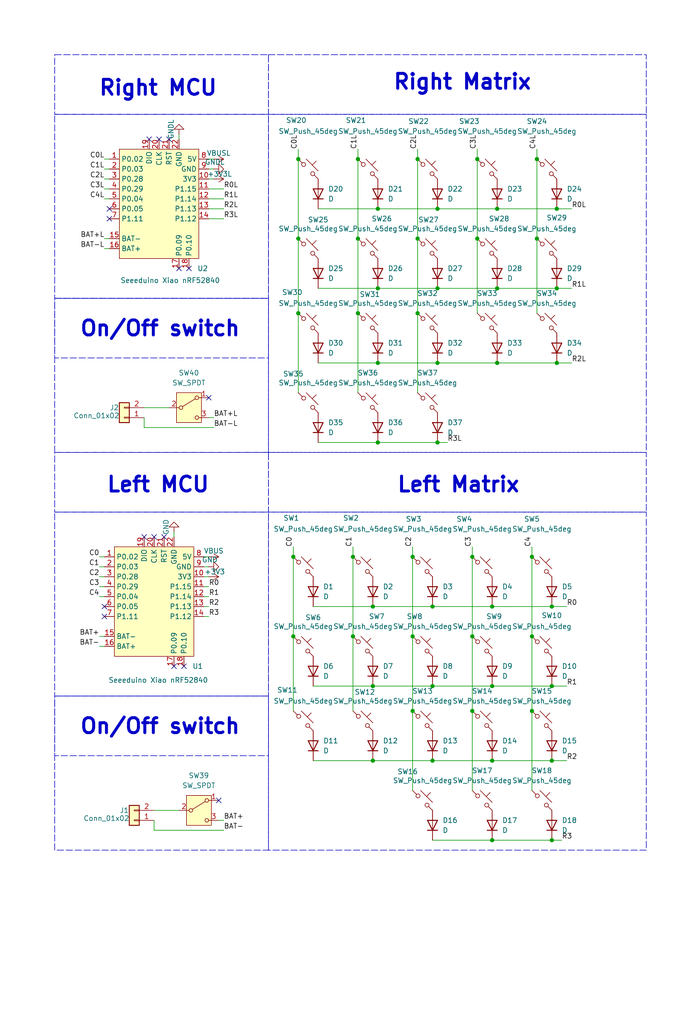
<source format=kicad_sch>
(kicad_sch (version 20250114) (generator "eeschema") (generator_version "9.0")
  (paper "User" 177.8 261.62)
  (title_block (title "YukiBoard") (date "08/01/2025") (rev "V0.1") (company "manni"))
  (lib_symbols
    (symbol "Connector_Generic:Conn_01x02" (pin_names (offset 1.016) (hide yes))
      (property "Reference" "J" (at 0 2.54 0))
      (property "Value" "Conn_01x02" (at 0 -5.08 0))
      (symbol "Conn_01x02_1_1"
        (rectangle (start -1.27 1.27) (end 1.27 -3.81) (stroke (width 0.254)) (fill (type background)))
        (rectangle (start -1.27 0.127) (end 0 -0.127) (stroke (width 0.1524)))
        (rectangle (start -1.27 -2.413) (end 0 -2.667) (stroke (width 0.1524)))
        (pin passive line (at -5.08 0 0) (length 3.81) (name "Pin_1") (number "1"))
        (pin passive line (at -5.08 -2.54 0) (length 3.81) (name "Pin_2") (number "2"))
      )
    )
    (symbol "Device:D" (pin_numbers (hide yes)) (pin_names (offset 1.016) (hide yes))
      (property "Reference" "D" (at 0 2.54 0))
      (property "Value" "D" (at 0 -2.54 0))
      (symbol "D_0_1"
        (polyline (pts (xy -1.27 1.27) (xy -1.27 -1.27)) (stroke (width 0.254)))
        (polyline (pts (xy 1.27 1.27) (xy 1.27 -1.27) (xy -1.27 0) (xy 1.27 1.27)) (stroke (width 0.254)))
        (polyline (pts (xy 1.27 0) (xy -1.27 0)))
      )
      (symbol "D_1_1"
        (pin passive line (at -3.81 0 0) (length 2.54) (name "K") (number "1"))
        (pin passive line (at 3.81 0 180) (length 2.54) (name "A") (number "2"))
      )
    )
    (symbol "PCM_marbastlib-promicroish:Seeeduino_Xiao_nRF52840" (in_bom no)
      (property "Reference" "U" (at -10.16 -12.7 0))
      (property "Value" "Seeeduino Xiao nRF52840" (at -10.16 -15.24 0))
      (symbol "Seeeduino_Xiao_nRF52840_1_0"
        (pin bidirectional line (at -12.7 13.97 0) (length 2.54) (name "P0.02") (number "1"))
        (pin bidirectional line (at -12.7 11.43 0) (length 2.54) (name "P0.03") (number "2"))
        (pin bidirectional line (at -12.7 8.89 0) (length 2.54) (name "P0.28") (number "3"))
        (pin bidirectional line (at -12.7 6.35 0) (length 2.54) (name "P0.29") (number "4"))
        (pin bidirectional line (at -12.7 3.81 0) (length 2.54) (name "P0.04") (number "5"))
        (pin bidirectional line (at -12.7 1.27 0) (length 2.54) (name "P0.05") (number "6"))
        (pin bidirectional line (at -12.7 -1.27 0) (length 2.54) (name "P1.11") (number "7"))
        (pin power_in line (at -12.7 -6.35 0) (length 2.54) (name "BAT-") (number "15"))
        (pin power_in line (at -12.7 -8.89 0) (length 2.54) (name "BAT+") (number "16"))
        (pin bidirectional line (at -2.54 19.05 270) (length 2.54) (name "DIO") (number "19"))
        (pin bidirectional line (at 0 19.05 270) (length 2.54) (name "CLK") (number "20"))
        (pin bidirectional line (at 2.54 19.05 270) (length 2.54) (name "RST") (number "21"))
        (pin power_out line (at 5.08 19.05 270) (length 2.54) (name "GND") (number "22"))
        (pin bidirectional line (at 5.08 -13.97 90) (length 2.54) (name "P0.09") (number "17"))
        (pin bidirectional line (at 7.62 -13.97 90) (length 2.54) (name "P0.10") (number "18"))
        (pin power_out line (at 12.7 13.97 180) (length 2.54) (name "5V") (number "8"))
        (pin power_out line (at 12.7 11.43 180) (length 2.54) (name "GND") (number "9"))
        (pin power_out line (at 12.7 8.89 180) (length 2.54) (name "3V3") (number "10"))
        (pin bidirectional line (at 12.7 6.35 180) (length 2.54) (name "P1.15") (number "11"))
        (pin bidirectional line (at 12.7 3.81 180) (length 2.54) (name "P1.14") (number "12"))
        (pin bidirectional line (at 12.7 1.27 180) (length 2.54) (name "P1.13") (number "13"))
        (pin bidirectional line (at 12.7 -1.27 180) (length 2.54) (name "P1.12") (number "14"))
      )
      (symbol "Seeeduino_Xiao_nRF52840_1_1"
        (rectangle (start -10.16 16.51) (end 10.16 -11.43) (fill (type background)))
      )
    )
    (symbol "Switch:SW_Push_45deg" (pin_numbers (hide yes)) (pin_names (offset 1.016) (hide yes))
      (property "Reference" "SW" (at 3.048 1.016 0))
      (property "Value" "SW_Push_45deg" (at 0 -3.81 0))
      (symbol "SW_Push_45deg_0_1"
        (polyline (pts (xy -2.54 2.54) (xy -1.524 1.524) (xy -1.524 1.524)))
        (circle (center -1.1684 1.1684) (radius 0.508))
        (polyline (pts (xy -0.508 2.54) (xy 2.54 -0.508)))
        (polyline (pts (xy 1.016 1.016) (xy 2.032 2.032)))
        (circle (center 1.143 -1.1938) (radius 0.508))
        (polyline (pts (xy 1.524 -1.524) (xy 2.54 -2.54) (xy 2.54 -2.54) (xy 2.54 -2.54)))
        (pin passive line (at -2.54 2.54 0) (length 0) (name "1") (number "1"))
        (pin passive line (at 2.54 -2.54 180) (length 0) (name "2") (number "2"))
      )
    )
    (symbol "Switch:SW_SPDT" (pin_names (offset 0) (hide yes))
      (property "Reference" "SW" (at 0 5.08 0))
      (property "Value" "SW_SPDT" (at 0 -5.08 0))
      (symbol "SW_SPDT_0_1"
        (circle (center -2.032 0) (radius 0.4572))
        (polyline (pts (xy -1.651 0.254) (xy 1.651 2.286)))
        (circle (center 2.032 2.54) (radius 0.4572))
        (circle (center 2.032 -2.54) (radius 0.4572))
      )
      (symbol "SW_SPDT_1_1"
        (rectangle (start -3.175 3.81) (end 3.175 -3.81) (fill (type background)))
        (pin passive line (at -5.08 0 0) (length 2.54) (name "B") (number "2"))
        (pin passive line (at 5.08 2.54 180) (length 2.54) (name "A") (number "1"))
        (pin passive line (at 5.08 -2.54 180) (length 2.54) (name "C") (number "3"))
      )
    )
    (symbol "power:+3V3" (power) (pin_numbers (hide yes)) (pin_names (offset 0) (hide yes))
      (property "Value" "+3V3" (at 0 3.556 0))
      (symbol "+3V3_0_1"
        (polyline (pts (xy -0.762 1.27) (xy 0 2.54)))
        (polyline (pts (xy 0 2.54) (xy 0.762 1.27)))
        (polyline (pts (xy 0 0) (xy 0 2.54)))
      )
      (symbol "+3V3_1_1"
        (pin power_in line (at 0 0 90) (length 0) (name "~") (number "1"))
      )
    )
    (symbol "power:GND" (power) (pin_numbers (hide yes)) (pin_names (offset 0) (hide yes))
      (property "Value" "GND" (at 0 -3.81 0))
      (symbol "GND_0_1"
        (polyline (pts (xy 0 0) (xy 0 -1.27) (xy 1.27 -1.27) (xy 0 -2.54) (xy -1.27 -1.27) (xy 0 -1.27)))
      )
      (symbol "GND_1_1"
        (pin power_in line (at 0 0 270) (length 0) (name "~") (number "1"))
      )
    )
    (symbol "power:VBUS" (power) (pin_numbers (hide yes)) (pin_names (offset 0) (hide yes))
      (property "Value" "VBUS" (at 0 3.556 0))
      (symbol "VBUS_0_1"
        (polyline (pts (xy -0.762 1.27) (xy 0 2.54)))
        (polyline (pts (xy 0 2.54) (xy 0.762 1.27)))
        (polyline (pts (xy 0 0) (xy 0 2.54)))
      )
      (symbol "VBUS_1_1"
        (pin power_in line (at 0 0 90) (length 0) (name "~") (number "1"))
      )
    )
  )
  (rectangle (start 13.97 13.97) (end 68.58 29.21) (stroke (width 0) (type dash)))
  (rectangle (start 68.58 130.81) (end 165.1 217.17) (stroke (width 0) (type dash)))
  (rectangle (start 13.97 130.81) (end 68.58 177.8) (stroke (width 0) (type dash)))
  (rectangle (start 68.58 13.97) (end 165.1 29.21) (stroke (width 0) (type dash)))
  (rectangle (start 13.97 115.57) (end 68.58 130.81) (stroke (width 0) (type dash)))
  (rectangle (start 13.97 29.21) (end 68.58 76.2) (stroke (width 0) (type dash)))
  (rectangle (start 13.97 76.2) (end 68.58 91.44) (stroke (width 0) (type dash)))
  (rectangle (start 68.58 29.21) (end 165.1 115.57) (stroke (width 0) (type dash)))
  (rectangle (start 13.97 177.8) (end 68.58 217.17) (stroke (width 0) (type dash)))
  (rectangle (start 68.58 115.57) (end 165.1 130.81) (stroke (width 0) (type dash)))
  (rectangle (start 13.97 76.2) (end 68.58 115.57) (stroke (width 0) (type dash)))
  (rectangle (start 13.97 177.8) (end 68.58 193.04) (stroke (width 0) (type dash)))
  (text "Right Matrix" (at 118.11 21.082 0) (effects (font (size 3.81 3.81) (bold yes))))
  (text "Left Matrix" (at 117.094 123.952 0) (effects (font (size 3.81 3.81) (bold yes))))
  (text "Left MCU\n" (at 40.386 123.952 0) (effects (font (size 3.81 3.81) (bold yes))))
  (text "On/Off switch" (at 40.894 185.674 0) (effects (font (size 3.81 3.81) (bold yes))))
  (text "On/Off switch" (at 40.894 84.074 0) (effects (font (size 3.81 3.81) (bold yes))))
  (text "Right MCU\n" (at 40.386 22.606 0) (effects (font (size 3.81 3.81) (bold yes))))
  (junction (at 105.41 162.56))
  (junction (at 96.52 92.71))
  (junction (at 110.49 175.26))
  (junction (at 74.93 142.24))
  (junction (at 121.92 60.96))
  (junction (at 96.52 113.03))
  (junction (at 90.17 142.24))
  (junction (at 106.68 40.64))
  (junction (at 90.17 162.56))
  (junction (at 127 53.34))
  (junction (at 140.97 194.31))
  (junction (at 140.97 214.63))
  (junction (at 110.49 154.94))
  (junction (at 110.49 194.31))
  (junction (at 120.65 162.56))
  (junction (at 120.65 142.24))
  (junction (at 95.25 154.94))
  (junction (at 95.25 194.31))
  (junction (at 76.2 40.64))
  (junction (at 135.89 181.61))
  (junction (at 137.16 40.64))
  (junction (at 95.25 175.26))
  (junction (at 106.68 80.01))
  (junction (at 140.97 175.26))
  (junction (at 135.89 162.56))
  (junction (at 105.41 142.24))
  (junction (at 125.73 175.26))
  (junction (at 127 92.71))
  (junction (at 105.41 181.61))
  (junction (at 111.76 53.34))
  (junction (at 76.2 80.01))
  (junction (at 91.44 80.01))
  (junction (at 76.2 60.96))
  (junction (at 142.24 92.71))
  (junction (at 111.76 92.71))
  (junction (at 125.73 194.31))
  (junction (at 137.16 60.96))
  (junction (at 125.73 214.63))
  (junction (at 135.89 142.24))
  (junction (at 74.93 162.56))
  (junction (at 120.65 181.61))
  (junction (at 121.92 40.64))
  (junction (at 96.52 73.66))
  (junction (at 96.52 53.34))
  (junction (at 142.24 53.34))
  (junction (at 125.73 154.94))
  (junction (at 91.44 40.64))
  (junction (at 111.76 113.03))
  (junction (at 127 73.66))
  (junction (at 142.24 73.66))
  (junction (at 106.68 60.96))
  (junction (at 111.76 73.66))
  (junction (at 140.97 154.94))
  (junction (at 91.44 60.96))
  (no_connect (at 26.67 157.48))
  (no_connect (at 53.34 101.6))
  (no_connect (at 38.1 35.56))
  (no_connect (at 43.18 35.56))
  (no_connect (at 26.67 154.94))
  (no_connect (at 46.99 170.18))
  (no_connect (at 40.64 35.56))
  (no_connect (at 36.83 137.16))
  (no_connect (at 39.37 137.16))
  (no_connect (at 55.88 204.47))
  (no_connect (at 48.26 68.58))
  (no_connect (at 41.91 137.16))
  (no_connect (at 27.94 55.88))
  (no_connect (at 45.72 68.58))
  (no_connect (at 44.45 170.18))
  (no_connect (at 27.94 53.34))
  (wire (pts (xy 26.67 48.26) (xy 27.94 48.26)))
  (wire (pts (xy 91.44 38.1) (xy 91.44 40.64)))
  (wire (pts (xy 144.78 154.94) (xy 140.97 154.94)))
  (wire (pts (xy 106.68 60.96) (xy 106.68 80.01)))
  (wire (pts (xy 26.67 43.18) (xy 27.94 43.18)))
  (wire (pts (xy 76.2 60.96) (xy 76.2 80.01)))
  (wire (pts (xy 120.65 162.56) (xy 120.65 181.61)))
  (wire (pts (xy 140.97 194.31) (xy 144.78 194.31)))
  (wire (pts (xy 25.4 144.78) (xy 26.67 144.78)))
  (wire (pts (xy 96.52 73.66) (xy 111.76 73.66)))
  (wire (pts (xy 137.16 38.1) (xy 137.16 40.64)))
  (wire (pts (xy 76.2 38.1) (xy 76.2 40.64)))
  (wire (pts (xy 76.2 40.64) (xy 76.2 60.96)))
  (wire (pts (xy 81.28 53.34) (xy 96.52 53.34)))
  (wire (pts (xy 121.92 40.64) (xy 121.92 60.96)))
  (wire (pts (xy 96.52 92.71) (xy 111.76 92.71)))
  (wire (pts (xy 39.37 212.09) (xy 57.15 212.09)))
  (wire (pts (xy 54.61 43.18) (xy 53.34 43.18)))
  (wire (pts (xy 25.4 165.1) (xy 26.67 165.1)))
  (wire (pts (xy 146.05 53.34) (xy 142.24 53.34)))
  (wire (pts (xy 135.89 162.56) (xy 135.89 181.61)))
  (wire (pts (xy 90.17 142.24) (xy 90.17 162.56)))
  (wire (pts (xy 110.49 175.26) (xy 125.73 175.26)))
  (wire (pts (xy 120.65 142.24) (xy 120.65 162.56)))
  (wire (pts (xy 95.25 194.31) (xy 110.49 194.31)))
  (wire (pts (xy 26.67 63.5) (xy 27.94 63.5)))
  (wire (pts (xy 96.52 113.03) (xy 111.76 113.03)))
  (wire (pts (xy 57.15 53.34) (xy 53.34 53.34)))
  (wire (pts (xy 110.49 214.63) (xy 125.73 214.63)))
  (wire (pts (xy 90.17 162.56) (xy 90.17 181.61)))
  (wire (pts (xy 110.49 154.94) (xy 125.73 154.94)))
  (wire (pts (xy 106.68 40.64) (xy 106.68 60.96)))
  (wire (pts (xy 111.76 73.66) (xy 127 73.66)))
  (wire (pts (xy 55.88 209.55) (xy 57.15 209.55)))
  (wire (pts (xy 53.34 147.32) (xy 52.07 147.32)))
  (wire (pts (xy 76.2 80.01) (xy 76.2 100.33)))
  (wire (pts (xy 91.44 80.01) (xy 91.44 100.33)))
  (wire (pts (xy 74.93 162.56) (xy 74.93 181.61)))
  (wire (pts (xy 105.41 139.7) (xy 105.41 142.24)))
  (wire (pts (xy 36.83 106.68) (xy 36.83 109.22)))
  (wire (pts (xy 80.01 175.26) (xy 95.25 175.26)))
  (wire (pts (xy 26.67 40.64) (xy 27.94 40.64)))
  (wire (pts (xy 137.16 40.64) (xy 137.16 60.96)))
  (wire (pts (xy 95.25 154.94) (xy 110.49 154.94)))
  (wire (pts (xy 74.93 139.7) (xy 74.93 142.24)))
  (wire (pts (xy 80.01 194.31) (xy 95.25 194.31)))
  (wire (pts (xy 95.25 175.26) (xy 110.49 175.26)))
  (wire (pts (xy 142.24 92.71) (xy 146.05 92.71)))
  (wire (pts (xy 135.89 181.61) (xy 135.89 201.93)))
  (wire (pts (xy 144.78 175.26) (xy 140.97 175.26)))
  (wire (pts (xy 57.15 55.88) (xy 53.34 55.88)))
  (wire (pts (xy 26.67 50.8) (xy 27.94 50.8)))
  (wire (pts (xy 25.4 142.24) (xy 26.67 142.24)))
  (wire (pts (xy 44.45 135.89) (xy 44.45 137.16)))
  (wire (pts (xy 121.92 38.1) (xy 121.92 40.64)))
  (wire (pts (xy 25.4 152.4) (xy 26.67 152.4)))
  (wire (pts (xy 54.61 40.64) (xy 53.34 40.64)))
  (wire (pts (xy 111.76 113.03) (xy 114.3 113.03)))
  (wire (pts (xy 127 73.66) (xy 142.24 73.66)))
  (wire (pts (xy 140.97 214.63) (xy 143.51 214.63)))
  (wire (pts (xy 26.67 45.72) (xy 27.94 45.72)))
  (wire (pts (xy 39.37 207.01) (xy 45.72 207.01)))
  (wire (pts (xy 105.41 162.56) (xy 105.41 181.61)))
  (wire (pts (xy 91.44 60.96) (xy 91.44 80.01)))
  (wire (pts (xy 53.34 106.68) (xy 54.61 106.68)))
  (wire (pts (xy 45.72 34.29) (xy 45.72 35.56)))
  (wire (pts (xy 96.52 53.34) (xy 111.76 53.34)))
  (wire (pts (xy 81.28 73.66) (xy 96.52 73.66)))
  (wire (pts (xy 57.15 48.26) (xy 53.34 48.26)))
  (wire (pts (xy 74.93 142.24) (xy 74.93 162.56)))
  (wire (pts (xy 137.16 60.96) (xy 137.16 80.01)))
  (wire (pts (xy 121.92 60.96) (xy 121.92 80.01)))
  (wire (pts (xy 120.65 181.61) (xy 120.65 201.93)))
  (wire (pts (xy 125.73 194.31) (xy 140.97 194.31)))
  (wire (pts (xy 53.34 144.78) (xy 52.07 144.78)))
  (wire (pts (xy 57.15 50.8) (xy 53.34 50.8)))
  (wire (pts (xy 106.68 38.1) (xy 106.68 40.64)))
  (wire (pts (xy 127 92.71) (xy 142.24 92.71)))
  (wire (pts (xy 91.44 40.64) (xy 91.44 60.96)))
  (wire (pts (xy 25.4 162.56) (xy 26.67 162.56)))
  (wire (pts (xy 26.67 60.96) (xy 27.94 60.96)))
  (wire (pts (xy 120.65 139.7) (xy 120.65 142.24)))
  (wire (pts (xy 106.68 80.01) (xy 106.68 100.33)))
  (wire (pts (xy 125.73 214.63) (xy 140.97 214.63)))
  (wire (pts (xy 111.76 92.71) (xy 127 92.71)))
  (wire (pts (xy 90.17 139.7) (xy 90.17 142.24)))
  (wire (pts (xy 53.34 152.4) (xy 52.07 152.4)))
  (wire (pts (xy 81.28 92.71) (xy 96.52 92.71)))
  (wire (pts (xy 127 53.34) (xy 142.24 53.34)))
  (wire (pts (xy 105.41 142.24) (xy 105.41 162.56)))
  (wire (pts (xy 25.4 147.32) (xy 26.67 147.32)))
  (wire (pts (xy 111.76 53.34) (xy 127 53.34)))
  (wire (pts (xy 105.41 181.61) (xy 105.41 201.93)))
  (wire (pts (xy 81.28 113.03) (xy 96.52 113.03)))
  (wire (pts (xy 54.61 45.72) (xy 53.34 45.72)))
  (wire (pts (xy 135.89 139.7) (xy 135.89 142.24)))
  (wire (pts (xy 36.83 104.14) (xy 43.18 104.14)))
  (wire (pts (xy 125.73 154.94) (xy 140.97 154.94)))
  (wire (pts (xy 80.01 154.94) (xy 95.25 154.94)))
  (wire (pts (xy 25.4 149.86) (xy 26.67 149.86)))
  (wire (pts (xy 53.34 149.86) (xy 52.07 149.86)))
  (wire (pts (xy 53.34 157.48) (xy 52.07 157.48)))
  (wire (pts (xy 53.34 142.24) (xy 52.07 142.24)))
  (wire (pts (xy 125.73 175.26) (xy 140.97 175.26)))
  (wire (pts (xy 110.49 194.31) (xy 125.73 194.31)))
  (wire (pts (xy 146.05 73.66) (xy 142.24 73.66)))
  (wire (pts (xy 53.34 154.94) (xy 52.07 154.94)))
  (wire (pts (xy 36.83 109.22) (xy 54.61 109.22)))
  (wire (pts (xy 39.37 209.55) (xy 39.37 212.09)))
  (wire (pts (xy 135.89 142.24) (xy 135.89 162.56)))
  (label "C4" (at 135.89 139.7 90))
  (label "BAT-" (at 57.15 212.09 0))
  (label "C0" (at 74.93 139.7 90))
  (label "C3L" (at 26.67 48.26 180))
  (label "C3L" (at 121.92 38.1 90))
  (label "BAT+" (at 25.4 162.56 180))
  (label "BAT-" (at 25.4 165.1 180))
  (label "R0L" (at 146.05 53.34 0))
  (label "BAT+L" (at 26.67 60.96 180))
  (label "C1L" (at 91.44 38.1 90))
  (label "C0L" (at 76.2 38.1 90))
  (label "C2" (at 25.4 147.32 180))
  (label "C2L" (at 26.67 45.72 180))
  (label "R1" (at 53.34 152.4 0))
  (label "R0" (at 53.34 149.86 0))
  (label "C2L" (at 106.68 38.1 90))
  (label "R2" (at 144.78 194.31 0))
  (label "C2" (at 105.41 139.7 90))
  (label "R1L" (at 57.15 50.8 0))
  (label "R2L" (at 57.15 53.34 0))
  (label "C4" (at 25.4 152.4 180))
  (label "C1" (at 25.4 144.78 180))
  (label "R3L" (at 114.3 113.03 0))
  (label "R1L" (at 146.05 73.66 0))
  (label "R1" (at 144.78 175.26 0))
  (label "BAT-L" (at 54.61 109.22 0))
  (label "R2" (at 53.34 154.94 0))
  (label "R3" (at 143.51 214.63 0))
  (label "C3" (at 25.4 149.86 180))
  (label "C4L" (at 137.16 38.1 90))
  (label "C1L" (at 26.67 43.18 180))
  (label "R3L" (at 57.15 55.88 0))
  (label "C1" (at 90.17 139.7 90))
  (label "BAT-L" (at 26.67 63.5 180))
  (label "BAT+" (at 57.15 209.55 0))
  (label "C3" (at 120.65 139.7 90))
  (label "R3" (at 53.34 157.48 0))
  (label "BAT+L" (at 54.61 106.68 0))
  (label "C0" (at 25.4 142.24 180))
  (label "R0" (at 144.78 154.94 0))
  (label "R2L" (at 146.05 92.71 0))
  (label "C4L" (at 26.67 50.8 180))
  (label "R0L" (at 57.15 48.26 0))
  (label "C0L" (at 26.67 40.64 180))
  (symbol (lib_id "Switch:SW_Push_45deg") (at 123.19 204.47 0) (unit 1)
    (property "Reference" "SW17" (at 123.19 196.85 0))
    (property "Value" "SW_Push_45deg" (at 123.19 199.39 0))
    (property "Footprint" "MX_Hotswap:MX-Hotswap-1U" (effects (hide yes)))
    (property "Description" "Push button switch, normally open, two pins, 45° tilted" (effects (hide yes)))
  )
  (symbol (lib_id "Device:D") (at 142.24 69.85 90) (unit 1)
    (property "Reference" "D29" (at 144.78 68.5799 90) (effects (justify right)))
    (property "Value" "D" (at 144.78 71.1199 90) (effects (justify right)))
    (property "Footprint" "ScottoKeebs_Components:Diode_DO-35" (effects (hide yes)))
    (property "Description" "Diode" (effects (hide yes)))
    (property "Sim.Device" "D" (effects (hide yes)))
    (property "Sim.Pins" "1=K 2=A" (effects (hide yes)))
  )
  (symbol (lib_id "Device:D") (at 80.01 171.45 90) (unit 1)
    (property "Reference" "D6" (at 82.55 170.1799 90) (effects (justify right)))
    (property "Value" "D" (at 82.55 172.7199 90) (effects (justify right)))
    (property "Footprint" "ScottoKeebs_Components:Diode_DO-35" (effects (hide yes)))
    (property "Description" "Diode" (effects (hide yes)))
    (property "Sim.Device" "D" (effects (hide yes)))
    (property "Sim.Pins" "1=K 2=A" (effects (hide yes)))
  )
  (symbol (lib_id "Switch:SW_Push_45deg") (at 109.22 43.18 0) (unit 1)
    (property "Reference" "SW22" (at 106.934 30.988 0))
    (property "Value" "SW_Push_45deg" (at 109.22 33.528 0))
    (property "Footprint" "MX_Hotswap:MX-Hotswap-1U" (effects (hide yes)))
    (property "Description" "Push button switch, normally open, two pins, 45° tilted" (effects (hide yes)))
  )
  (symbol (lib_id "Switch:SW_Push_45deg") (at 77.47 184.15 0) (unit 1)
    (property "Reference" "SW11" (at 73.406 176.276 0))
    (property "Value" "SW_Push_45deg" (at 77.47 179.07 0))
    (property "Footprint" "MX_Hotswap:MX-Hotswap-1U" (effects (hide yes)))
    (property "Description" "Push button switch, normally open, two pins, 45° tilted" (effects (hide yes)))
  )
  (symbol (lib_id "Device:D") (at 127 69.85 90) (unit 1)
    (property "Reference" "D28" (at 129.54 68.5799 90) (effects (justify right)))
    (property "Value" "D" (at 129.54 71.1199 90) (effects (justify right)))
    (property "Footprint" "ScottoKeebs_Components:Diode_DO-35" (effects (hide yes)))
    (property "Description" "Diode" (effects (hide yes)))
    (property "Sim.Device" "D" (effects (hide yes)))
    (property "Sim.Pins" "1=K 2=A" (effects (hide yes)))
  )
  (symbol (lib_id "Switch:SW_Push_45deg") (at 107.95 165.1 0) (unit 1)
    (property "Reference" "SW8" (at 105.918 157.48 0))
    (property "Value" "SW_Push_45deg" (at 107.95 160.02 0))
    (property "Footprint" "MX_Hotswap:MX-Hotswap-1U" (effects (hide yes)))
    (property "Description" "Push button switch, normally open, two pins, 45° tilted" (effects (hide yes)))
  )
  (symbol (lib_id "Switch:SW_Push_45deg") (at 138.43 204.47 0) (unit 1)
    (property "Reference" "SW18" (at 138.43 196.85 0))
    (property "Value" "SW_Push_45deg" (at 138.43 199.39 0))
    (property "Footprint" "MX_Hotswap:MX-Hotswap-1U" (effects (hide yes)))
    (property "Description" "Push button switch, normally open, two pins, 45° tilted" (effects (hide yes)))
  )
  (symbol (lib_id "Device:D") (at 140.97 171.45 90) (unit 1)
    (property "Reference" "D10" (at 143.51 170.1799 90) (effects (justify right)))
    (property "Value" "D" (at 143.51 172.7199 90) (effects (justify right)))
    (property "Footprint" "ScottoKeebs_Components:Diode_DO-35" (effects (hide yes)))
    (property "Description" "Diode" (effects (hide yes)))
    (property "Sim.Device" "D" (effects (hide yes)))
    (property "Sim.Pins" "1=K 2=A" (effects (hide yes)))
  )
  (symbol (lib_id "Switch:SW_Push_45deg") (at 138.43 165.1 0) (unit 1)
    (property "Reference" "SW10" (at 140.97 157.226 0))
    (property "Value" "SW_Push_45deg" (at 138.43 160.02 0))
    (property "Footprint" "MX_Hotswap:MX-Hotswap-1U" (effects (hide yes)))
    (property "Description" "Push button switch, normally open, two pins, 45° tilted" (effects (hide yes)))
  )
  (symbol (lib_id "Switch:SW_SPDT") (at 48.26 104.14 0) (unit 1)
    (property "Reference" "SW40" (at 48.26 95.25 0))
    (property "Value" "SW_SPDT" (at 48.26 97.79 0))
    (property "Footprint" "ScottoKeebs_Components:Switch_MSK12C02" (effects (hide yes)))
    (property "Description" "Switch, single pole double throw" (effects (hide yes)))
  )
  (symbol (lib_id "Switch:SW_Push_45deg") (at 107.95 184.15 0) (unit 1)
    (property "Reference" "SW13" (at 107.95 176.53 0))
    (property "Value" "SW_Push_45deg" (at 107.95 179.07 0))
    (property "Footprint" "MX_Hotswap:MX-Hotswap-1U" (effects (hide yes)))
    (property "Description" "Push button switch, normally open, two pins, 45° tilted" (effects (hide yes)))
  )
  (symbol (lib_id "Device:D") (at 95.25 171.45 90) (unit 1)
    (property "Reference" "D7" (at 97.79 170.1799 90) (effects (justify right)))
    (property "Value" "D" (at 97.79 172.7199 90) (effects (justify right)))
    (property "Footprint" "ScottoKeebs_Components:Diode_DO-35" (effects (hide yes)))
    (property "Description" "Diode" (effects (hide yes)))
    (property "Sim.Device" "D" (effects (hide yes)))
    (property "Sim.Pins" "1=K 2=A" (effects (hide yes)))
  )
  (symbol (lib_id "power:GND") (at 53.34 144.78 90) (unit 1)
    (property "Reference" "#PWR05" (effects (hide yes)))
    (property "Value" "GND" (at 53.594 143.002 90))
    (property "Description" "Power symbol creates a global label with name \"GND\" , ground" (effects (hide yes)))
  )
  (symbol (lib_id "Switch:SW_Push_45deg") (at 78.74 43.18 0) (unit 1)
    (property "Reference" "SW20" (at 75.692 30.734 0))
    (property "Value" "SW_Push_45deg" (at 78.74 33.528 0))
    (property "Footprint" "MX_Hotswap:MX-Hotswap-1U" (effects (hide yes)))
    (property "Description" "Push button switch, normally open, two pins, 45° tilted" (effects (hide yes)))
  )
  (symbol (lib_id "Switch:SW_Push_45deg") (at 92.71 144.78 0) (unit 1)
    (property "Reference" "SW2" (at 89.662 132.334 0))
    (property "Value" "SW_Push_45deg" (at 92.71 135.128 0))
    (property "Footprint" "MX_Hotswap:MX-Hotswap-1U" (effects (hide yes)))
    (property "Description" "Push button switch, normally open, two pins, 45° tilted" (effects (hide yes)))
  )
  (symbol (lib_id "Switch:SW_Push_45deg") (at 93.98 102.87 0) (unit 1)
    (property "Reference" "SW36" (at 93.98 95.25 0))
    (property "Value" "SW_Push_45deg" (at 93.98 97.79 0))
    (property "Footprint" "MX_Hotswap:MX-Hotswap-1U" (effects (hide yes)))
    (property "Description" "Push button switch, normally open, two pins, 45° tilted" (effects (hide yes)))
  )
  (symbol (lib_id "Device:D") (at 140.97 210.82 90) (unit 1)
    (property "Reference" "D18" (at 143.51 209.5499 90) (effects (justify right)))
    (property "Value" "D" (at 143.51 212.0899 90) (effects (justify right)))
    (property "Footprint" "ScottoKeebs_Components:Diode_DO-35" (effects (hide yes)))
    (property "Description" "Diode" (effects (hide yes)))
    (property "Sim.Device" "D" (effects (hide yes)))
    (property "Sim.Pins" "1=K 2=A" (effects (hide yes)))
  )
  (symbol (lib_id "Device:D") (at 95.25 151.13 90) (unit 1)
    (property "Reference" "D2" (at 97.79 149.8599 90) (effects (justify right)))
    (property "Value" "D" (at 97.79 152.3999 90) (effects (justify right)))
    (property "Footprint" "ScottoKeebs_Components:Diode_DO-35" (effects (hide yes)))
    (property "Description" "Diode" (effects (hide yes)))
    (property "Sim.Device" "D" (effects (hide yes)))
    (property "Sim.Pins" "1=K 2=A" (effects (hide yes)))
  )
  (symbol (lib_id "power:GND") (at 44.45 135.89 180) (unit 1)
    (property "Reference" "#PWR07" (effects (hide yes)))
    (property "Value" "GND" (at 42.418 134.62 90))
    (property "Description" "Power symbol creates a global label with name \"GND\" , ground" (effects (hide yes)))
  )
  (symbol (lib_id "Device:D") (at 142.24 88.9 90) (unit 1)
    (property "Reference" "D34" (at 144.78 87.6299 90) (effects (justify right)))
    (property "Value" "D" (at 144.78 90.1699 90) (effects (justify right)))
    (property "Footprint" "ScottoKeebs_Components:Diode_DO-35" (effects (hide yes)))
    (property "Description" "Diode" (effects (hide yes)))
    (property "Sim.Device" "D" (effects (hide yes)))
    (property "Sim.Pins" "1=K 2=A" (effects (hide yes)))
  )
  (symbol (lib_id "Switch:SW_Push_45deg") (at 107.95 204.47 0) (unit 1)
    (property "Reference" "SW16" (at 104.14 197.104 0))
    (property "Value" "SW_Push_45deg" (at 107.95 199.39 0))
    (property "Footprint" "MX_Hotswap:MX-Hotswap-1U" (effects (hide yes)))
    (property "Description" "Push button switch, normally open, two pins, 45° tilted" (effects (hide yes)))
  )
  (symbol (lib_id "Device:D") (at 96.52 49.53 90) (unit 1)
    (property "Reference" "D21" (at 99.06 48.2599 90) (effects (justify right)))
    (property "Value" "D" (at 99.06 50.7999 90) (effects (justify right)))
    (property "Footprint" "ScottoKeebs_Components:Diode_DO-35" (effects (hide yes)))
    (property "Description" "Diode" (effects (hide yes)))
    (property "Sim.Device" "D" (effects (hide yes)))
    (property "Sim.Pins" "1=K 2=A" (effects (hide yes)))
  )
  (symbol (lib_id "Switch:SW_SPDT") (at 50.8 207.01 0) (unit 1)
    (property "Reference" "SW39" (at 50.8 198.12 0))
    (property "Value" "SW_SPDT" (at 50.8 200.66 0))
    (property "Footprint" "ScottoKeebs_Components:Switch_MSK12C02" (effects (hide yes)))
    (property "Description" "Switch, single pole double throw" (effects (hide yes)))
  )
  (symbol (lib_id "Device:D") (at 127 49.53 90) (unit 1)
    (property "Reference" "D23" (at 129.54 48.2599 90) (effects (justify right)))
    (property "Value" "D" (at 129.54 50.7999 90) (effects (justify right)))
    (property "Footprint" "ScottoKeebs_Components:Diode_DO-35" (effects (hide yes)))
    (property "Description" "Diode" (effects (hide yes)))
    (property "Sim.Device" "D" (effects (hide yes)))
    (property "Sim.Pins" "1=K 2=A" (effects (hide yes)))
  )
  (symbol (lib_id "power:+3V3") (at 54.61 45.72 270) (unit 1)
    (property "Reference" "#PWR08" (effects (hide yes)))
    (property "Value" "+3V3L" (at 56.134 44.45 90))
    (property "Description" "Power symbol creates a global label with name \"+3V3\"" (effects (hide yes)))
  )
  (symbol (lib_id "Switch:SW_Push_45deg") (at 139.7 82.55 0) (unit 1)
    (property "Reference" "SW34" (at 139.7 74.93 0))
    (property "Value" "SW_Push_45deg" (at 139.7 77.47 0))
    (property "Footprint" "MX_Hotswap:MX-Hotswap-1U" (effects (hide yes)))
    (property "Description" "Push button switch, normally open, two pins, 45° tilted" (effects (hide yes)))
  )
  (symbol (lib_id "Switch:SW_Push_45deg") (at 139.7 43.18 0) (unit 1)
    (property "Reference" "SW24" (at 137.16 30.988 0))
    (property "Value" "SW_Push_45deg" (at 139.7 33.528 0))
    (property "Footprint" "MX_Hotswap:MX-Hotswap-1U" (effects (hide yes)))
    (property "Description" "Push button switch, normally open, two pins, 45° tilted" (effects (hide yes)))
  )
  (symbol (lib_id "PCM_marbastlib-promicroish:Seeeduino_Xiao_nRF52840") (at 40.64 54.61 0) (unit 1) (in_bom no)
    (property "Reference" "U2" (at 50.4033 68.58 0) (effects (justify left)))
    (property "Value" "Seeeduino Xiao nRF52840" (at 30.734 71.628 0) (effects (justify left)))
    (property "Footprint" "PCM_marbastlib-xp-promicroish:Xiao_nRF52840_ACH" (effects (hide yes)))
    (property "Description" "Symbol for a Seeeduino Xiao nRF52840" (effects (hide yes)))
  )
  (symbol (lib_id "Device:D") (at 125.73 210.82 90) (unit 1)
    (property "Reference" "D17" (at 128.27 209.5499 90) (effects (justify right)))
    (property "Value" "D" (at 128.27 212.0899 90) (effects (justify right)))
    (property "Footprint" "ScottoKeebs_Components:Diode_DO-35" (effects (hide yes)))
    (property "Description" "Diode" (effects (hide yes)))
    (property "Sim.Device" "D" (effects (hide yes)))
    (property "Sim.Pins" "1=K 2=A" (effects (hide yes)))
  )
  (symbol (lib_id "Switch:SW_Push_45deg") (at 109.22 63.5 0) (unit 1)
    (property "Reference" "SW27" (at 109.474 56.134 0))
    (property "Value" "SW_Push_45deg" (at 109.22 58.42 0))
    (property "Footprint" "MX_Hotswap:MX-Hotswap-1U" (effects (hide yes)))
    (property "Description" "Push button switch, normally open, two pins, 45° tilted" (effects (hide yes)))
  )
  (symbol (lib_id "Device:D") (at 81.28 49.53 90) (unit 1)
    (property "Reference" "D20" (at 83.82 48.2599 90) (effects (justify right)))
    (property "Value" "D" (at 83.82 50.7999 90) (effects (justify right)))
    (property "Footprint" "ScottoKeebs_Components:Diode_DO-35" (effects (hide yes)))
    (property "Description" "Diode" (effects (hide yes)))
    (property "Sim.Device" "D" (effects (hide yes)))
    (property "Sim.Pins" "1=K 2=A" (effects (hide yes)))
  )
  (symbol (lib_id "Switch:SW_Push_45deg") (at 139.7 63.5 0) (unit 1)
    (property "Reference" "SW29" (at 142.24 55.626 0))
    (property "Value" "SW_Push_45deg" (at 139.7 58.42 0))
    (property "Footprint" "MX_Hotswap:MX-Hotswap-1U" (effects (hide yes)))
    (property "Description" "Push button switch, normally open, two pins, 45° tilted" (effects (hide yes)))
  )
  (symbol (lib_id "Switch:SW_Push_45deg") (at 124.46 82.55 0) (unit 1)
    (property "Reference" "SW33" (at 124.46 74.93 0))
    (property "Value" "SW_Push_45deg" (at 124.46 77.47 0))
    (property "Footprint" "MX_Hotswap:MX-Hotswap-1U" (effects (hide yes)))
    (property "Description" "Push button switch, normally open, two pins, 45° tilted" (effects (hide yes)))
  )
  (symbol (lib_id "Device:D") (at 111.76 69.85 90) (unit 1)
    (property "Reference" "D27" (at 114.3 68.5799 90) (effects (justify right)))
    (property "Value" "D" (at 114.3 71.1199 90) (effects (justify right)))
    (property "Footprint" "ScottoKeebs_Components:Diode_DO-35" (effects (hide yes)))
    (property "Description" "Diode" (effects (hide yes)))
    (property "Sim.Device" "D" (effects (hide yes)))
    (property "Sim.Pins" "1=K 2=A" (effects (hide yes)))
  )
  (symbol (lib_id "Switch:SW_Push_45deg") (at 109.22 102.87 0) (unit 1)
    (property "Reference" "SW37" (at 109.22 95.25 0))
    (property "Value" "SW_Push_45deg" (at 109.22 97.79 0))
    (property "Footprint" "MX_Hotswap:MX-Hotswap-1U" (effects (hide yes)))
    (property "Description" "Push button switch, normally open, two pins, 45° tilted" (effects (hide yes)))
  )
  (symbol (lib_id "Switch:SW_Push_45deg") (at 77.47 144.78 0) (unit 1)
    (property "Reference" "SW1" (at 74.422 132.334 0))
    (property "Value" "SW_Push_45deg" (at 77.47 135.128 0))
    (property "Footprint" "MX_Hotswap:MX-Hotswap-1U" (effects (hide yes)))
    (property "Description" "Push button switch, normally open, two pins, 45° tilted" (effects (hide yes)))
  )
  (symbol (lib_id "Device:D") (at 111.76 109.22 90) (unit 1)
    (property "Reference" "D37" (at 114.3 107.9499 90) (effects (justify right)))
    (property "Value" "D" (at 114.3 110.4899 90) (effects (justify right)))
    (property "Footprint" "ScottoKeebs_Components:Diode_DO-35" (effects (hide yes)))
    (property "Description" "Diode" (effects (hide yes)))
    (property "Sim.Device" "D" (effects (hide yes)))
    (property "Sim.Pins" "1=K 2=A" (effects (hide yes)))
  )
  (symbol (lib_id "Device:D") (at 96.52 69.85 90) (unit 1)
    (property "Reference" "D26" (at 99.06 68.5799 90) (effects (justify right)))
    (property "Value" "D" (at 99.06 71.1199 90) (effects (justify right)))
    (property "Footprint" "ScottoKeebs_Components:Diode_DO-35" (effects (hide yes)))
    (property "Description" "Diode" (effects (hide yes)))
    (property "Sim.Device" "D" (effects (hide yes)))
    (property "Sim.Pins" "1=K 2=A" (effects (hide yes)))
  )
  (symbol (lib_id "Switch:SW_Push_45deg") (at 107.95 144.78 0) (unit 1)
    (property "Reference" "SW3" (at 105.664 132.588 0))
    (property "Value" "SW_Push_45deg" (at 107.95 135.128 0))
    (property "Footprint" "MX_Hotswap:MX-Hotswap-1U" (effects (hide yes)))
    (property "Description" "Push button switch, normally open, two pins, 45° tilted" (effects (hide yes)))
  )
  (symbol (lib_id "Switch:SW_Push_45deg") (at 124.46 43.18 0) (unit 1)
    (property "Reference" "SW23" (at 119.888 30.988 0))
    (property "Value" "SW_Push_45deg" (at 124.46 33.528 0))
    (property "Footprint" "MX_Hotswap:MX-Hotswap-1U" (effects (hide yes)))
    (property "Description" "Push button switch, normally open, two pins, 45° tilted" (effects (hide yes)))
  )
  (symbol (lib_id "power:GND") (at 54.61 43.18 90) (unit 1)
    (property "Reference" "#PWR03" (effects (hide yes)))
    (property "Value" "GNDL" (at 54.864 41.402 90))
    (property "Description" "Power symbol creates a global label with name \"GND\" , ground" (effects (hide yes)))
  )
  (symbol (lib_id "Switch:SW_Push_45deg") (at 93.98 43.18 0) (unit 1)
    (property "Reference" "SW21" (at 90.932 30.734 0))
    (property "Value" "SW_Push_45deg" (at 93.98 33.528 0))
    (property "Footprint" "MX_Hotswap:MX-Hotswap-1U" (effects (hide yes)))
    (property "Description" "Push button switch, normally open, two pins, 45° tilted" (effects (hide yes)))
  )
  (symbol (lib_id "Device:D") (at 127 88.9 90) (unit 1)
    (property "Reference" "D33" (at 129.54 87.6299 90) (effects (justify right)))
    (property "Value" "D" (at 129.54 90.1699 90) (effects (justify right)))
    (property "Footprint" "ScottoKeebs_Components:Diode_DO-35" (effects (hide yes)))
    (property "Description" "Diode" (effects (hide yes)))
    (property "Sim.Device" "D" (effects (hide yes)))
    (property "Sim.Pins" "1=K 2=A" (effects (hide yes)))
  )
  (symbol (lib_id "Device:D") (at 96.52 109.22 90) (unit 1)
    (property "Reference" "D36" (at 99.06 107.9499 90) (effects (justify right)))
    (property "Value" "D" (at 99.06 110.4899 90) (effects (justify right)))
    (property "Footprint" "ScottoKeebs_Components:Diode_DO-35" (effects (hide yes)))
    (property "Description" "Diode" (effects (hide yes)))
    (property "Sim.Device" "D" (effects (hide yes)))
    (property "Sim.Pins" "1=K 2=A" (effects (hide yes)))
  )
  (symbol (lib_id "Switch:SW_Push_45deg") (at 92.71 165.1 0) (unit 1)
    (property "Reference" "SW7" (at 96.266 157.48 0))
    (property "Value" "SW_Push_45deg" (at 92.71 160.02 0))
    (property "Footprint" "MX_Hotswap:MX-Hotswap-1U" (effects (hide yes)))
    (property "Description" "Push button switch, normally open, two pins, 45° tilted" (effects (hide yes)))
  )
  (symbol (lib_id "Device:D") (at 140.97 190.5 90) (unit 1)
    (property "Reference" "D15" (at 143.51 189.2299 90) (effects (justify right)))
    (property "Value" "D" (at 143.51 191.7699 90) (effects (justify right)))
    (property "Footprint" "ScottoKeebs_Components:Diode_DO-35" (effects (hide yes)))
    (property "Description" "Diode" (effects (hide yes)))
    (property "Sim.Device" "D" (effects (hide yes)))
    (property "Sim.Pins" "1=K 2=A" (effects (hide yes)))
  )
  (symbol (lib_id "Switch:SW_Push_45deg") (at 123.19 184.15 0) (unit 1)
    (property "Reference" "SW14" (at 123.19 176.53 0))
    (property "Value" "SW_Push_45deg" (at 123.19 179.07 0))
    (property "Footprint" "MX_Hotswap:MX-Hotswap-1U" (effects (hide yes)))
    (property "Description" "Push button switch, normally open, two pins, 45° tilted" (effects (hide yes)))
  )
  (symbol (lib_id "Switch:SW_Push_45deg") (at 123.19 144.78 0) (unit 1)
    (property "Reference" "SW4" (at 118.618 132.588 0))
    (property "Value" "SW_Push_45deg" (at 123.19 135.128 0))
    (property "Footprint" "MX_Hotswap:MX-Hotswap-1U" (effects (hide yes)))
    (property "Description" "Push button switch, normally open, two pins, 45° tilted" (effects (hide yes)))
  )
  (symbol (lib_id "Device:D") (at 96.52 88.9 90) (unit 1)
    (property "Reference" "D31" (at 99.06 87.6299 90) (effects (justify right)))
    (property "Value" "D" (at 99.06 90.1699 90) (effects (justify right)))
    (property "Footprint" "ScottoKeebs_Components:Diode_DO-35" (effects (hide yes)))
    (property "Description" "Diode" (effects (hide yes)))
    (property "Sim.Device" "D" (effects (hide yes)))
    (property "Sim.Pins" "1=K 2=A" (effects (hide yes)))
  )
  (symbol (lib_id "power:VBUS") (at 53.34 142.24 270) (unit 1)
    (property "Reference" "#PWR04" (effects (hide yes)))
    (property "Value" "VBUS" (at 54.61 140.716 90))
    (property "Description" "Power symbol creates a global label with name \"VBUS\"" (effects (hide yes)))
  )
  (symbol (lib_id "Device:D") (at 125.73 171.45 90) (unit 1)
    (property "Reference" "D9" (at 128.27 170.1799 90) (effects (justify right)))
    (property "Value" "D" (at 128.27 172.7199 90) (effects (justify right)))
    (property "Footprint" "ScottoKeebs_Components:Diode_DO-35" (effects (hide yes)))
    (property "Description" "Diode" (effects (hide yes)))
    (property "Sim.Device" "D" (effects (hide yes)))
    (property "Sim.Pins" "1=K 2=A" (effects (hide yes)))
  )
  (symbol (lib_id "Connector_Generic:Conn_01x02") (at 31.75 106.68 180) (unit 1)
    (property "Reference" "J2" (at 29.21 104.14 0))
    (property "Value" "Conn_01x02" (at 24.638 106.172 0))
    (property "Footprint" "Connector_PinHeader_2.54mm:PinHeader_1x02_P2.54mm_Vertical" (effects (hide yes)))
    (property "Description" "Generic connector, single row, 01x02, script generated (kicad-library-utils/schlib/autogen/connector/)" (effects (hide yes)))
  )
  (symbol (lib_id "Switch:SW_Push_45deg") (at 109.22 82.55 0) (unit 1)
    (property "Reference" "SW32" (at 109.22 74.93 0))
    (property "Value" "SW_Push_45deg" (at 109.22 77.47 0))
    (property "Footprint" "MX_Hotswap:MX-Hotswap-1U" (effects (hide yes)))
    (property "Description" "Push button switch, normally open, two pins, 45° tilted" (effects (hide yes)))
  )
  (symbol (lib_id "power:GND") (at 45.72 34.29 180) (unit 1)
    (property "Reference" "#PWR01" (effects (hide yes)))
    (property "Value" "GNDL" (at 43.688 33.02 90))
    (property "Description" "Power symbol creates a global label with name \"GND\" , ground" (effects (hide yes)))
  )
  (symbol (lib_id "Device:D") (at 111.76 49.53 90) (unit 1)
    (property "Reference" "D22" (at 114.3 48.2599 90) (effects (justify right)))
    (property "Value" "D" (at 114.3 50.7999 90) (effects (justify right)))
    (property "Footprint" "ScottoKeebs_Components:Diode_DO-35" (effects (hide yes)))
    (property "Description" "Diode" (effects (hide yes)))
    (property "Sim.Device" "D" (effects (hide yes)))
    (property "Sim.Pins" "1=K 2=A" (effects (hide yes)))
  )
  (symbol (lib_id "Device:D") (at 110.49 210.82 90) (unit 1)
    (property "Reference" "D16" (at 113.03 209.5499 90) (effects (justify right)))
    (property "Value" "D" (at 113.03 212.0899 90) (effects (justify right)))
    (property "Footprint" "ScottoKeebs_Components:Diode_DO-35" (effects (hide yes)))
    (property "Description" "Diode" (effects (hide yes)))
    (property "Sim.Device" "D" (effects (hide yes)))
    (property "Sim.Pins" "1=K 2=A" (effects (hide yes)))
  )
  (symbol (lib_id "Switch:SW_Push_45deg") (at 77.47 165.1 0) (unit 1)
    (property "Reference" "SW6" (at 80.01 157.734 0))
    (property "Value" "SW_Push_45deg" (at 77.47 160.02 0))
    (property "Footprint" "MX_Hotswap:MX-Hotswap-1U" (effects (hide yes)))
    (property "Description" "Push button switch, normally open, two pins, 45° tilted" (effects (hide yes)))
  )
  (symbol (lib_id "Device:D") (at 125.73 151.13 90) (unit 1)
    (property "Reference" "D4" (at 128.27 149.8599 90) (effects (justify right)))
    (property "Value" "D" (at 128.27 152.3999 90) (effects (justify right)))
    (property "Footprint" "ScottoKeebs_Components:Diode_DO-35" (effects (hide yes)))
    (property "Description" "Diode" (effects (hide yes)))
    (property "Sim.Device" "D" (effects (hide yes)))
    (property "Sim.Pins" "1=K 2=A" (effects (hide yes)))
  )
  (symbol (lib_id "Device:D") (at 81.28 109.22 90) (unit 1)
    (property "Reference" "D35" (at 83.82 107.9499 90) (effects (justify right)))
    (property "Value" "D" (at 83.82 110.4899 90) (effects (justify right)))
    (property "Footprint" "ScottoKeebs_Components:Diode_DO-35" (effects (hide yes)))
    (property "Description" "Diode" (effects (hide yes)))
    (property "Sim.Device" "D" (effects (hide yes)))
    (property "Sim.Pins" "1=K 2=A" (effects (hide yes)))
  )
  (symbol (lib_id "power:+3V3") (at 53.34 147.32 270) (unit 1)
    (property "Reference" "#PWR06" (effects (hide yes)))
    (property "Value" "+3V3" (at 54.864 146.05 90))
    (property "Description" "Power symbol creates a global label with name \"+3V3\"" (effects (hide yes)))
  )
  (symbol (lib_id "Switch:SW_Push_45deg") (at 124.46 63.5 0) (unit 1)
    (property "Reference" "SW28" (at 127.508 55.88 0))
    (property "Value" "SW_Push_45deg" (at 124.46 58.42 0))
    (property "Footprint" "MX_Hotswap:MX-Hotswap-1U" (effects (hide yes)))
    (property "Description" "Push button switch, normally open, two pins, 45° tilted" (effects (hide yes)))
  )
  (symbol (lib_id "Device:D") (at 110.49 190.5 90) (unit 1)
    (property "Reference" "D13" (at 113.03 189.2299 90) (effects (justify right)))
    (property "Value" "D" (at 113.03 191.7699 90) (effects (justify right)))
    (property "Footprint" "ScottoKeebs_Components:Diode_DO-35" (effects (hide yes)))
    (property "Description" "Diode" (effects (hide yes)))
    (property "Sim.Device" "D" (effects (hide yes)))
    (property "Sim.Pins" "1=K 2=A" (effects (hide yes)))
  )
  (symbol (lib_id "Connector_Generic:Conn_01x02") (at 34.29 209.55 180) (unit 1)
    (property "Reference" "J1" (at 31.75 207.01 0))
    (property "Value" "Conn_01x02" (at 27.178 209.042 0))
    (property "Footprint" "Connector_PinHeader_2.54mm:PinHeader_1x02_P2.54mm_Vertical" (effects (hide yes)))
    (property "Description" "Generic connector, single row, 01x02, script generated (kicad-library-utils/schlib/autogen/connector/)" (effects (hide yes)))
  )
  (symbol (lib_id "Device:D") (at 140.97 151.13 90) (unit 1)
    (property "Reference" "D5" (at 143.51 149.8599 90) (effects (justify right)))
    (property "Value" "D" (at 143.51 152.3999 90) (effects (justify right)))
    (property "Footprint" "ScottoKeebs_Components:Diode_DO-35" (effects (hide yes)))
    (property "Description" "Diode" (effects (hide yes)))
    (property "Sim.Device" "D" (effects (hide yes)))
    (property "Sim.Pins" "1=K 2=A" (effects (hide yes)))
  )
  (symbol (lib_id "Device:D") (at 110.49 171.45 90) (unit 1)
    (property "Reference" "D8" (at 113.03 170.1799 90) (effects (justify right)))
    (property "Value" "D" (at 113.03 172.7199 90) (effects (justify right)))
    (property "Footprint" "ScottoKeebs_Components:Diode_DO-35" (effects (hide yes)))
    (property "Description" "Diode" (effects (hide yes)))
    (property "Sim.Device" "D" (effects (hide yes)))
    (property "Sim.Pins" "1=K 2=A" (effects (hide yes)))
  )
  (symbol (lib_id "power:VBUS") (at 54.61 40.64 270) (unit 1)
    (property "Reference" "#PWR02" (effects (hide yes)))
    (property "Value" "VBUSL" (at 55.88 39.116 90))
    (property "Description" "Power symbol creates a global label with name \"VBUS\"" (effects (hide yes)))
  )
  (symbol (lib_id "Switch:SW_Push_45deg") (at 78.74 82.55 0) (unit 1)
    (property "Reference" "SW30" (at 74.676 74.676 0))
    (property "Value" "SW_Push_45deg" (at 78.74 77.47 0))
    (property "Footprint" "MX_Hotswap:MX-Hotswap-1U" (effects (hide yes)))
    (property "Description" "Push button switch, normally open, two pins, 45° tilted" (effects (hide yes)))
  )
  (symbol (lib_id "PCM_marbastlib-promicroish:Seeeduino_Xiao_nRF52840") (at 39.37 156.21 0) (unit 1) (in_bom no)
    (property "Reference" "U1" (at 49.1333 170.18 0) (effects (justify left)))
    (property "Value" "Seeeduino Xiao nRF52840" (at 27.686 173.736 0) (effects (justify left)))
    (property "Footprint" "PCM_marbastlib-xp-promicroish:Xiao_nRF52840_ACH" (effects (hide yes)))
    (property "Description" "Symbol for a Seeeduino Xiao nRF52840" (effects (hide yes)))
  )
  (symbol (lib_id "Switch:SW_Push_45deg") (at 93.98 82.55 0) (unit 1)
    (property "Reference" "SW31" (at 94.488 75.184 0))
    (property "Value" "SW_Push_45deg" (at 93.98 77.47 0))
    (property "Footprint" "MX_Hotswap:MX-Hotswap-1U" (effects (hide yes)))
    (property "Description" "Push button switch, normally open, two pins, 45° tilted" (effects (hide yes)))
  )
  (symbol (lib_id "Device:D") (at 80.01 190.5 90) (unit 1)
    (property "Reference" "D11" (at 82.55 189.2299 90) (effects (justify right)))
    (property "Value" "D" (at 82.55 191.7699 90) (effects (justify right)))
    (property "Footprint" "ScottoKeebs_Components:Diode_DO-35" (effects (hide yes)))
    (property "Description" "Diode" (effects (hide yes)))
    (property "Sim.Device" "D" (effects (hide yes)))
    (property "Sim.Pins" "1=K 2=A" (effects (hide yes)))
  )
  (symbol (lib_id "Device:D") (at 95.25 190.5 90) (unit 1)
    (property "Reference" "D12" (at 97.79 189.2299 90) (effects (justify right)))
    (property "Value" "D" (at 97.79 191.7699 90) (effects (justify right)))
    (property "Footprint" "ScottoKeebs_Components:Diode_DO-35" (effects (hide yes)))
    (property "Description" "Diode" (effects (hide yes)))
    (property "Sim.Device" "D" (effects (hide yes)))
    (property "Sim.Pins" "1=K 2=A" (effects (hide yes)))
  )
  (symbol (lib_id "Switch:SW_Push_45deg") (at 92.71 184.15 0) (unit 1)
    (property "Reference" "SW12" (at 93.218 176.784 0))
    (property "Value" "SW_Push_45deg" (at 92.71 179.07 0))
    (property "Footprint" "MX_Hotswap:MX-Hotswap-1U" (effects (hide yes)))
    (property "Description" "Push button switch, normally open, two pins, 45° tilted" (effects (hide yes)))
  )
  (symbol (lib_id "Switch:SW_Push_45deg") (at 78.74 63.5 0) (unit 1)
    (property "Reference" "SW25" (at 81.28 56.134 0))
    (property "Value" "SW_Push_45deg" (at 78.74 58.42 0))
    (property "Footprint" "MX_Hotswap:MX-Hotswap-1U" (effects (hide yes)))
    (property "Description" "Push button switch, normally open, two pins, 45° tilted" (effects (hide yes)))
  )
  (symbol (lib_id "Device:D") (at 110.49 151.13 90) (unit 1)
    (property "Reference" "D3" (at 113.03 149.8599 90) (effects (justify right)))
    (property "Value" "D" (at 113.03 152.3999 90) (effects (justify right)))
    (property "Footprint" "ScottoKeebs_Components:Diode_DO-35" (effects (hide yes)))
    (property "Description" "Diode" (effects (hide yes)))
    (property "Sim.Device" "D" (effects (hide yes)))
    (property "Sim.Pins" "1=K 2=A" (effects (hide yes)))
  )
  (symbol (lib_id "Device:D") (at 80.01 151.13 90) (unit 1)
    (property "Reference" "D1" (at 82.55 149.8599 90) (effects (justify right)))
    (property "Value" "D" (at 82.55 152.3999 90) (effects (justify right)))
    (property "Footprint" "ScottoKeebs_Components:Diode_DO-35" (effects (hide yes)))
    (property "Description" "Diode" (effects (hide yes)))
    (property "Sim.Device" "D" (effects (hide yes)))
    (property "Sim.Pins" "1=K 2=A" (effects (hide yes)))
  )
  (symbol (lib_id "Device:D") (at 81.28 88.9 90) (unit 1)
    (property "Reference" "D30" (at 83.82 87.6299 90) (effects (justify right)))
    (property "Value" "D" (at 83.82 90.1699 90) (effects (justify right)))
    (property "Footprint" "ScottoKeebs_Components:Diode_DO-35" (effects (hide yes)))
    (property "Description" "Diode" (effects (hide yes)))
    (property "Sim.Device" "D" (effects (hide yes)))
    (property "Sim.Pins" "1=K 2=A" (effects (hide yes)))
  )
  (symbol (lib_id "Device:D") (at 142.24 49.53 90) (unit 1)
    (property "Reference" "D24" (at 144.78 48.2599 90) (effects (justify right)))
    (property "Value" "D" (at 144.78 50.7999 90) (effects (justify right)))
    (property "Footprint" "ScottoKeebs_Components:Diode_DO-35" (effects (hide yes)))
    (property "Description" "Diode" (effects (hide yes)))
    (property "Sim.Device" "D" (effects (hide yes)))
    (property "Sim.Pins" "1=K 2=A" (effects (hide yes)))
  )
  (symbol (lib_id "Switch:SW_Push_45deg") (at 138.43 184.15 0) (unit 1)
    (property "Reference" "SW15" (at 138.43 176.53 0))
    (property "Value" "SW_Push_45deg" (at 138.43 179.07 0))
    (property "Footprint" "MX_Hotswap:MX-Hotswap-1U" (effects (hide yes)))
    (property "Description" "Push button switch, normally open, two pins, 45° tilted" (effects (hide yes)))
  )
  (symbol (lib_id "Device:D") (at 125.73 190.5 90) (unit 1)
    (property "Reference" "D14" (at 128.27 189.2299 90) (effects (justify right)))
    (property "Value" "D" (at 128.27 191.7699 90) (effects (justify right)))
    (property "Footprint" "ScottoKeebs_Components:Diode_DO-35" (effects (hide yes)))
    (property "Description" "Diode" (effects (hide yes)))
    (property "Sim.Device" "D" (effects (hide yes)))
    (property "Sim.Pins" "1=K 2=A" (effects (hide yes)))
  )
  (symbol (lib_id "Device:D") (at 111.76 88.9 90) (unit 1)
    (property "Reference" "D32" (at 114.3 87.6299 90) (effects (justify right)))
    (property "Value" "D" (at 114.3 90.1699 90) (effects (justify right)))
    (property "Footprint" "ScottoKeebs_Components:Diode_DO-35" (effects (hide yes)))
    (property "Description" "Diode" (effects (hide yes)))
    (property "Sim.Device" "D" (effects (hide yes)))
    (property "Sim.Pins" "1=K 2=A" (effects (hide yes)))
  )
  (symbol (lib_id "Switch:SW_Push_45deg") (at 138.43 144.78 0) (unit 1)
    (property "Reference" "SW5" (at 135.89 132.588 0))
    (property "Value" "SW_Push_45deg" (at 138.43 135.128 0))
    (property "Footprint" "MX_Hotswap:MX-Hotswap-1U" (effects (hide yes)))
    (property "Description" "Push button switch, normally open, two pins, 45° tilted" (effects (hide yes)))
  )
  (symbol (lib_id "Device:D") (at 81.28 69.85 90) (unit 1)
    (property "Reference" "D25" (at 83.82 68.5799 90) (effects (justify right)))
    (property "Value" "D" (at 83.82 71.1199 90) (effects (justify right)))
    (property "Footprint" "ScottoKeebs_Components:Diode_DO-35" (effects (hide yes)))
    (property "Description" "Diode" (effects (hide yes)))
    (property "Sim.Device" "D" (effects (hide yes)))
    (property "Sim.Pins" "1=K 2=A" (effects (hide yes)))
  )
  (symbol (lib_id "Switch:SW_Push_45deg") (at 123.19 165.1 0) (unit 1)
    (property "Reference" "SW9" (at 126.238 157.48 0))
    (property "Value" "SW_Push_45deg" (at 123.19 160.02 0))
    (property "Footprint" "MX_Hotswap:MX-Hotswap-1U" (effects (hide yes)))
    (property "Description" "Push button switch, normally open, two pins, 45° tilted" (effects (hide yes)))
  )
  (symbol (lib_id "Switch:SW_Push_45deg") (at 93.98 63.5 0) (unit 1)
    (property "Reference" "SW26" (at 97.536 55.88 0))
    (property "Value" "SW_Push_45deg" (at 93.98 58.42 0))
    (property "Footprint" "MX_Hotswap:MX-Hotswap-1U" (effects (hide yes)))
    (property "Description" "Push button switch, normally open, two pins, 45° tilted" (effects (hide yes)))
  )
  (symbol (lib_id "Switch:SW_Push_45deg") (at 78.74 102.87 0) (unit 1)
    (property "Reference" "SW35" (at 74.93 95.504 0))
    (property "Value" "SW_Push_45deg" (at 78.74 97.79 0))
    (property "Footprint" "MX_Hotswap:MX-Hotswap-1U" (effects (hide yes)))
    (property "Description" "Push button switch, normally open, two pins, 45° tilted" (effects (hide yes)))
  )
)
</source>
